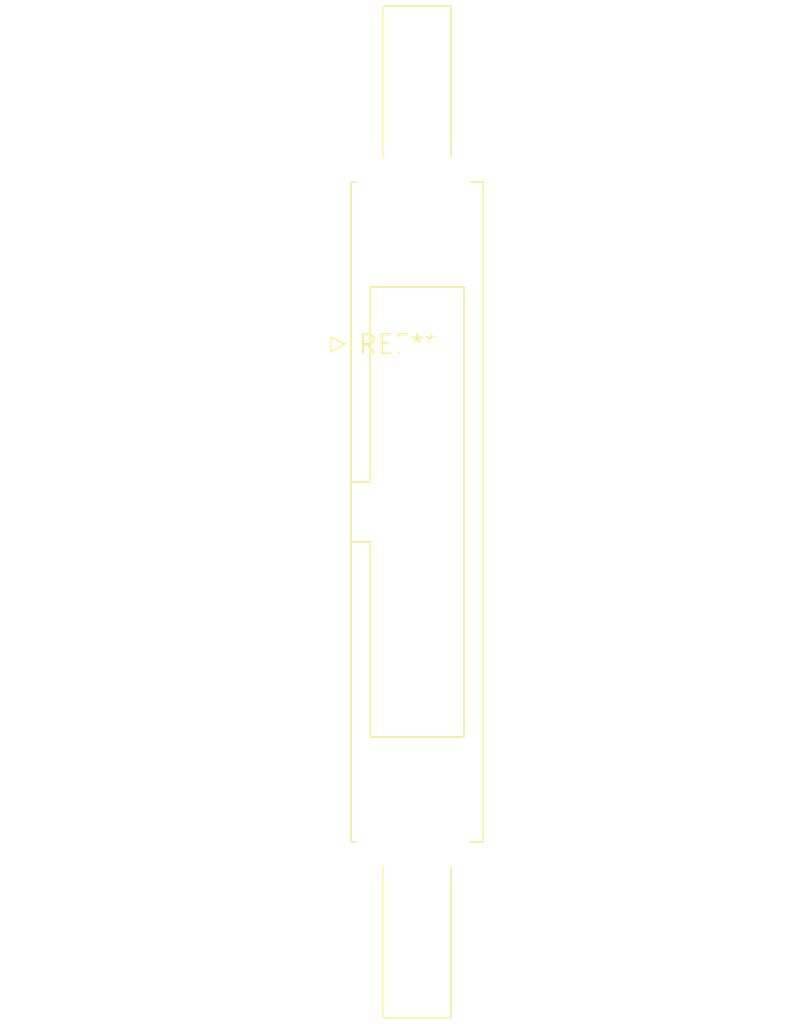
<source format=kicad_pcb>
(kicad_pcb (version 20240108) (generator pcbnew)
  (layers (0 "F.Cu" signal) (31 "B.Cu" signal) (34 "B.Paste" user) (35 "F.Paste" user) (36 "B.SilkS" user "B.Silkscreen") (37 "F.SilkS" user "F.Silkscreen") (38 "B.Mask" user) (39 "F.Mask" user) (44 "Edge.Cuts" user))
  (net 0 "")
  (footprint "IDC-Header_2x10-1MP_P2.54mm_Latch12.0mm_Vertical" (layer "F.Cu") (at 0 0)
    (property "Reference" "REF**")
    (property "Value" "IDC-Header_2x10-1MP_P2.54mm_Latch12.0mm_Vertical")
    (fp_line (start -4.63 -0.5) (end -4.63 0.5) (layer "F.SilkS") (stroke (width 0.12)))
    (fp_line (start -4.63 0.5) (end -3.63 0) (layer "F.SilkS") (stroke (width 0.12)))
    (fp_line (start -3.63 0) (end -4.63 -0.5) (layer "F.SilkS") (stroke (width 0.12)))
    (fp_line (start -3.24 -11.08) (end -3.24 33.94) (layer "F.SilkS") (stroke (width 0.12)))
    (fp_line (start -3.24 9.38) (end -1.93 9.38) (layer "F.SilkS") (stroke (width 0.12)))
    (fp_line (start -3.24 33.94) (end -2.87 33.94) (layer "F.SilkS") (stroke (width 0.12)))
    (fp_line (start -2.87 -11.08) (end -3.24 -11.08) (layer "F.SilkS") (stroke (width 0.12)))
    (fp_line (start -1.93 -3.92) (end 4.47 -3.92) (layer "F.SilkS") (stroke (width 0.12)))
    (fp_line (start -1.93 9.38) (end -1.93 -3.92) (layer "F.SilkS") (stroke (width 0.12)))
    (fp_line (start -1.93 13.48) (end -3.24 13.48) (layer "F.SilkS") (stroke (width 0.12)))
    (fp_line (start -1.93 13.48) (end -1.93 13.48) (layer "F.SilkS") (stroke (width 0.12)))
    (fp_line (start -1.93 26.78) (end -1.93 13.48) (layer "F.SilkS") (stroke (width 0.12)))
    (fp_line (start -1.04 -23.08) (end 3.58 -23.08) (layer "F.SilkS") (stroke (width 0.12)))
    (fp_line (start -1.04 -12.83) (end -1.04 -23.08) (layer "F.SilkS") (stroke (width 0.12)))
    (fp_line (start -1.04 35.69) (end -1.04 45.94) (layer "F.SilkS") (stroke (width 0.12)))
    (fp_line (start -1.04 45.94) (end 3.58 45.94) (layer "F.SilkS") (stroke (width 0.12)))
    (fp_line (start 3.58 -23.08) (end 3.58 -12.83) (layer "F.SilkS") (stroke (width 0.12)))
    (fp_line (start 3.58 45.94) (end 3.58 35.69) (layer "F.SilkS") (stroke (width 0.12)))
    (fp_line (start 4.47 -3.92) (end 4.47 26.78) (layer "F.SilkS") (stroke (width 0.12)))
    (fp_line (start 4.47 26.78) (end -1.93 26.78) (layer "F.SilkS") (stroke (width 0.12)))
    (fp_line (start 4.91 -11.08) (end 5.78 -11.08) (layer "F.SilkS") (stroke (width 0.12)))
    (fp_line (start 5.78 -11.08) (end 5.78 33.94) (layer "F.SilkS") (stroke (width 0.12)))
    (fp_line (start 5.78 33.94) (end 4.91 33.94) (layer "F.SilkS") (stroke (width 0.12)))
    (pad "1" thru_hole roundrect (at 0 0) (size 1.7 1.7) (drill 1) (layers *.Cu *.Mask) (remove_unused_layers) (roundrect_rratio 0.147059))
    (pad "2" thru_hole circle (at 2.54 0) (size 1.7 1.7) (drill 1) (layers *.Cu *.Mask) (remove_unused_layers))
    (pad "3" thru_hole circle (at 0 2.54) (size 1.7 1.7) (drill 1) (layers *.Cu *.Mask) (remove_unused_layers))
    (pad "4" thru_hole circle (at 2.54 2.54) (size 1.7 1.7) (drill 1) (layers *.Cu *.Mask) (remove_unused_layers))
    (pad "5" thru_hole circle (at 0 5.08) (size 1.7 1.7) (drill 1) (layers *.Cu *.Mask) (remove_unused_layers))
    (pad "6" thru_hole circle (at 2.54 5.08) (size 1.7 1.7) (drill 1) (layers *.Cu *.Mask) (remove_unused_layers))
    (pad "7" thru_hole circle (at 0 7.62) (size 1.7 1.7) (drill 1) (layers *.Cu *.Mask) (remove_unused_layers))
    (pad "8" thru_hole circle (at 2.54 7.62) (size 1.7 1.7) (drill 1) (layers *.Cu *.Mask) (remove_unused_layers))
    (pad "9" thru_hole circle (at 0 10.16) (size 1.7 1.7) (drill 1) (layers *.Cu *.Mask) (remove_unused_layers))
    (pad "10" thru_hole circle (at 2.54 10.16) (size 1.7 1.7) (drill 1) (layers *.Cu *.Mask) (remove_unused_layers))
    (pad "11" thru_hole circle (at 0 12.7) (size 1.7 1.7) (drill 1) (layers *.Cu *.Mask) (remove_unused_layers))
    (pad "12" thru_hole circle (at 2.54 12.7) (size 1.7 1.7) (drill 1) (layers *.Cu *.Mask) (remove_unused_layers))
    (pad "13" thru_hole circle (at 0 15.24) (size 1.7 1.7) (drill 1) (layers *.Cu *.Mask) (remove_unused_layers))
    (pad "14" thru_hole circle (at 2.54 15.24) (size 1.7 1.7) (drill 1) (layers *.Cu *.Mask) (remove_unused_layers))
    (pad "15" thru_hole circle (at 0 17.78) (size 1.7 1.7) (drill 1) (layers *.Cu *.Mask) (remove_unused_layers))
    (pad "16" thru_hole circle (at 2.54 17.78) (size 1.7 1.7) (drill 1) (layers *.Cu *.Mask) (remove_unused_layers))
    (pad "17" thru_hole circle (at 0 20.32) (size 1.7 1.7) (drill 1) (layers *.Cu *.Mask) (remove_unused_layers))
    (pad "18" thru_hole circle (at 2.54 20.32) (size 1.7 1.7) (drill 1) (layers *.Cu *.Mask) (remove_unused_layers))
    (pad "19" thru_hole circle (at 0 22.86) (size 1.7 1.7) (drill 1) (layers *.Cu *.Mask) (remove_unused_layers))
    (pad "20" thru_hole circle (at 2.54 22.86) (size 1.7 1.7) (drill 1) (layers *.Cu *.Mask) (remove_unused_layers))
    (pad "MP" thru_hole circle (at 1.02 -8.94) (size 8 8) (drill 2.69) (layers *.Cu *.Mask) (remove_unused_layers))
    (pad "MP" thru_hole circle (at 1.02 31.8) (size 8 8) (drill 2.69) (layers *.Cu *.Mask) (remove_unused_layers))
  )
)
</source>
